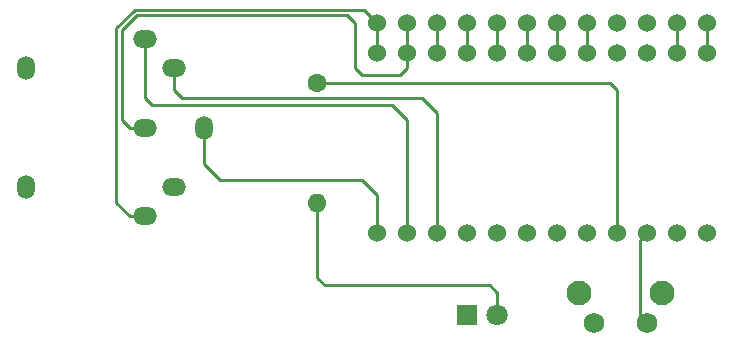
<source format=gtl>
G04 #@! TF.GenerationSoftware,KiCad,Pcbnew,(5.1.5)-3*
G04 #@! TF.CreationDate,2020-06-08T19:46:27+02:00*
G04 #@! TF.ProjectId,C64 XUM1541,43363420-5855-44d3-9135-34312e6b6963,rev?*
G04 #@! TF.SameCoordinates,Original*
G04 #@! TF.FileFunction,Copper,L1,Top*
G04 #@! TF.FilePolarity,Positive*
%FSLAX46Y46*%
G04 Gerber Fmt 4.6, Leading zero omitted, Abs format (unit mm)*
G04 Created by KiCad (PCBNEW (5.1.5)-3) date 2020-06-08 19:46:27*
%MOMM*%
%LPD*%
G04 APERTURE LIST*
%ADD10C,1.524000*%
%ADD11O,2.000000X1.524000*%
%ADD12O,1.524000X2.000000*%
%ADD13C,1.800000*%
%ADD14R,1.800000X1.800000*%
%ADD15O,1.600000X1.600000*%
%ADD16C,1.600000*%
%ADD17C,2.100000*%
%ADD18C,1.750000*%
%ADD19C,0.250000*%
G04 APERTURE END LIST*
D10*
X109220000Y-80010000D03*
X119380000Y-80010000D03*
X106680000Y-80010000D03*
X111760000Y-80010000D03*
X114300000Y-80010000D03*
X104140000Y-80010000D03*
X116840000Y-80010000D03*
X101600000Y-80010000D03*
X99060000Y-80010000D03*
X96520000Y-80010000D03*
X93980000Y-80010000D03*
X121920000Y-80010000D03*
X121920000Y-77470000D03*
X121920000Y-95250000D03*
X119380000Y-95250000D03*
X116840000Y-95250000D03*
X114300000Y-95250000D03*
X111760000Y-95250000D03*
X109220000Y-95250000D03*
X106680000Y-95250000D03*
X104140000Y-95250000D03*
X101600000Y-95250000D03*
X99060000Y-95250000D03*
X96520000Y-95250000D03*
X93980000Y-95250000D03*
X93980000Y-77470000D03*
X96520000Y-77470000D03*
X99060000Y-77470000D03*
X101600000Y-77470000D03*
X104140000Y-77470000D03*
X106680000Y-77470000D03*
X109220000Y-77470000D03*
X111760000Y-77470000D03*
X114300000Y-77470000D03*
X116840000Y-77470000D03*
X119380000Y-77470000D03*
D11*
X76795000Y-81360000D03*
X76795000Y-91360000D03*
X74295000Y-78860000D03*
X74295000Y-93860000D03*
D12*
X64295000Y-81360000D03*
X64295000Y-91360000D03*
D11*
X74295000Y-86360000D03*
D12*
X79295000Y-86360000D03*
D13*
X104140000Y-102235000D03*
D14*
X101600000Y-102235000D03*
D15*
X88900000Y-92710000D03*
D16*
X88900000Y-82550000D03*
D17*
X118090000Y-100380000D03*
D18*
X116840000Y-102870000D03*
X112340000Y-102870000D03*
D17*
X111080000Y-100380000D03*
D19*
X119380000Y-77470000D02*
X119380000Y-80010000D01*
X111760000Y-77470000D02*
X111760000Y-80010000D01*
X109220000Y-80010000D02*
X109220000Y-77470000D01*
X106680000Y-77470000D02*
X106680000Y-80010000D01*
X104140000Y-80010000D02*
X104140000Y-77470000D01*
X101600000Y-77470000D02*
X101600000Y-80010000D01*
X99060000Y-80010000D02*
X99060000Y-77470000D01*
X96520000Y-77470000D02*
X96520000Y-80010000D01*
X73045000Y-86360000D02*
X72390000Y-85705000D01*
X74295000Y-86360000D02*
X73045000Y-86360000D01*
X72390000Y-85705000D02*
X72390000Y-78105000D01*
X72390000Y-78105000D02*
X73660000Y-76835000D01*
X73660000Y-76835000D02*
X91440000Y-76835000D01*
X91440000Y-76835000D02*
X92075000Y-77470000D01*
X92075000Y-77470000D02*
X92075000Y-81280000D01*
X92075000Y-81280000D02*
X92710000Y-81915000D01*
X92710000Y-81915000D02*
X95885000Y-81915000D01*
X96520000Y-81280000D02*
X96520000Y-80010000D01*
X95885000Y-81915000D02*
X96520000Y-81280000D01*
X93980000Y-80010000D02*
X93980000Y-77470000D01*
X73045000Y-93860000D02*
X71895000Y-92710000D01*
X74295000Y-93860000D02*
X73045000Y-93860000D01*
X93218001Y-76708001D02*
X93980000Y-77470000D01*
X73473599Y-76384991D02*
X92894991Y-76384991D01*
X71895000Y-77963590D02*
X73473599Y-76384991D01*
X92894991Y-76384991D02*
X93218001Y-76708001D01*
X71895000Y-92710000D02*
X71895000Y-77963590D01*
X79295000Y-89455000D02*
X79295000Y-86360000D01*
X93980000Y-95250000D02*
X93980000Y-92075000D01*
X80645000Y-90805000D02*
X79295000Y-89455000D01*
X92710000Y-90805000D02*
X80645000Y-90805000D01*
X93980000Y-92075000D02*
X92710000Y-90805000D01*
X95250000Y-84455000D02*
X96520000Y-85725000D01*
X96520000Y-85725000D02*
X96520000Y-95250000D01*
X74295000Y-78860000D02*
X74295000Y-83820000D01*
X74930000Y-84455000D02*
X95250000Y-84455000D01*
X74295000Y-83820000D02*
X74930000Y-84455000D01*
X99060000Y-94172370D02*
X99060000Y-95250000D01*
X76795000Y-83145000D02*
X77470000Y-83820000D01*
X76795000Y-81360000D02*
X76795000Y-83145000D01*
X97790000Y-83820000D02*
X99060000Y-85090000D01*
X77470000Y-83820000D02*
X97790000Y-83820000D01*
X99060000Y-85090000D02*
X99060000Y-94172370D01*
X114300000Y-83185000D02*
X114300000Y-95250000D01*
X88900000Y-82550000D02*
X113665000Y-82550000D01*
X113665000Y-82550000D02*
X114300000Y-83185000D01*
X116205000Y-95885000D02*
X116840000Y-95250000D01*
X116840000Y-102870000D02*
X116205000Y-102235000D01*
X116205000Y-102235000D02*
X116205000Y-95885000D01*
X121920000Y-80010000D02*
X121920000Y-77470000D01*
X104140000Y-100330000D02*
X104140000Y-102235000D01*
X103505000Y-99695000D02*
X104140000Y-100330000D01*
X88900000Y-92710000D02*
X88900000Y-99060000D01*
X89535000Y-99695000D02*
X103505000Y-99695000D01*
X88900000Y-99060000D02*
X89535000Y-99695000D01*
M02*

</source>
